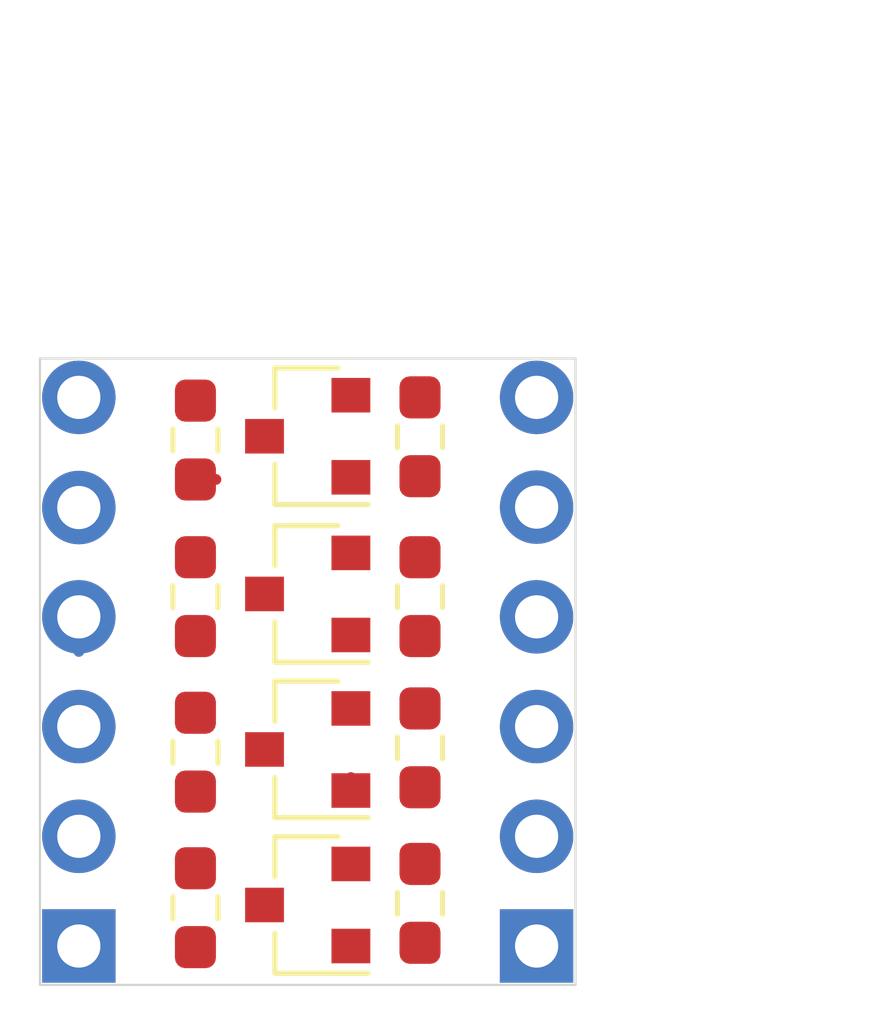
<source format=kicad_pcb>
(kicad_pcb (version 20171130) (host pcbnew "(5.1.12)-1")

  (general
    (thickness 1.6)
    (drawings 6)
    (tracks 16)
    (zones 0)
    (modules 14)
    (nets 12)
  )

  (page A4)
  (layers
    (0 F.Cu signal)
    (31 B.Cu signal)
    (32 B.Adhes user)
    (33 F.Adhes user)
    (34 B.Paste user)
    (35 F.Paste user)
    (36 B.SilkS user)
    (37 F.SilkS user)
    (38 B.Mask user)
    (39 F.Mask user)
    (40 Dwgs.User user)
    (41 Cmts.User user)
    (42 Eco1.User user)
    (43 Eco2.User user)
    (44 Edge.Cuts user)
    (45 Margin user)
    (46 B.CrtYd user)
    (47 F.CrtYd user)
    (48 B.Fab user)
    (49 F.Fab user hide)
  )

  (setup
    (last_trace_width 0.25)
    (trace_clearance 0.2)
    (zone_clearance 0.508)
    (zone_45_only no)
    (trace_min 0.2)
    (via_size 0.8)
    (via_drill 0.4)
    (via_min_size 0.4)
    (via_min_drill 0.3)
    (uvia_size 0.3)
    (uvia_drill 0.1)
    (uvias_allowed no)
    (uvia_min_size 0.2)
    (uvia_min_drill 0.1)
    (edge_width 0.05)
    (segment_width 0.2)
    (pcb_text_width 0.3)
    (pcb_text_size 1.5 1.5)
    (mod_edge_width 0.12)
    (mod_text_size 1 1)
    (mod_text_width 0.15)
    (pad_size 1.524 1.524)
    (pad_drill 0.762)
    (pad_to_mask_clearance 0)
    (aux_axis_origin 0 0)
    (visible_elements 7FFFFFFF)
    (pcbplotparams
      (layerselection 0x010fc_ffffffff)
      (usegerberextensions false)
      (usegerberattributes true)
      (usegerberadvancedattributes true)
      (creategerberjobfile true)
      (excludeedgelayer true)
      (linewidth 0.100000)
      (plotframeref false)
      (viasonmask false)
      (mode 1)
      (useauxorigin false)
      (hpglpennumber 1)
      (hpglpenspeed 20)
      (hpglpendiameter 15.000000)
      (psnegative false)
      (psa4output false)
      (plotreference true)
      (plotvalue true)
      (plotinvisibletext false)
      (padsonsilk false)
      (subtractmaskfromsilk false)
      (outputformat 1)
      (mirror false)
      (drillshape 1)
      (scaleselection 1)
      (outputdirectory ""))
  )

  (net 0 "")
  (net 1 LV4)
  (net 2 LV3)
  (net 3 GND)
  (net 4 3V)
  (net 5 LV2)
  (net 6 LV1)
  (net 7 HV4)
  (net 8 HV3)
  (net 9 5V)
  (net 10 HV2)
  (net 11 HV1)

  (net_class Default "This is the default net class."
    (clearance 0.2)
    (trace_width 0.25)
    (via_dia 0.8)
    (via_drill 0.4)
    (uvia_dia 0.3)
    (uvia_drill 0.1)
    (add_net 3V)
    (add_net 5V)
    (add_net GND)
    (add_net HV1)
    (add_net HV2)
    (add_net HV3)
    (add_net HV4)
    (add_net LV1)
    (add_net LV2)
    (add_net LV3)
    (add_net LV4)
  )

  (module Connector_PinHeader_2.54mm:PinHeader_1x06_P2.54mm_Vertical (layer B.Cu) (tedit 626841AF) (tstamp 62688F42)
    (at 107.9 57.9)
    (descr "Through hole straight pin header, 1x06, 2.54mm pitch, single row")
    (tags "Through hole pin header THT 1x06 2.54mm single row")
    (path /626E28C7)
    (fp_text reference J2 (at 0 2.33) (layer B.SilkS) hide
      (effects (font (size 1 1) (thickness 0.15)) (justify mirror))
    )
    (fp_text value Conn_01x06_Male (at 0 -15.03) (layer B.Fab) hide
      (effects (font (size 1 1) (thickness 0.15)) (justify mirror))
    )
    (fp_line (start -0.635 1.27) (end 1.27 1.27) (layer B.Fab) (width 0.1))
    (fp_line (start 1.27 1.27) (end 1.27 -13.97) (layer B.Fab) (width 0.1))
    (fp_line (start 1.27 -13.97) (end -1.27 -13.97) (layer B.Fab) (width 0.1))
    (fp_line (start -1.27 -13.97) (end -1.27 0.635) (layer B.Fab) (width 0.1))
    (fp_line (start -1.27 0.635) (end -0.635 1.27) (layer B.Fab) (width 0.1))
    (fp_line (start -1.8 1.8) (end -1.8 -14.5) (layer B.CrtYd) (width 0.05))
    (fp_line (start -1.8 -14.5) (end 1.8 -14.5) (layer B.CrtYd) (width 0.05))
    (fp_line (start 1.8 -14.5) (end 1.8 1.8) (layer B.CrtYd) (width 0.05))
    (fp_line (start 1.8 1.8) (end -1.8 1.8) (layer B.CrtYd) (width 0.05))
    (fp_text user %R (at 0 -6.35 -90) (layer B.Fab) hide
      (effects (font (size 1 1) (thickness 0.15)) (justify mirror))
    )
    (pad 6 thru_hole oval (at 0 -12.7) (size 1.7 1.7) (drill 1) (layers *.Cu *.Mask)
      (net 7 HV4))
    (pad 5 thru_hole oval (at 0 -10.15) (size 1.7 1.7) (drill 1) (layers *.Cu *.Mask)
      (net 8 HV3))
    (pad 4 thru_hole oval (at 0 -7.62) (size 1.7 1.7) (drill 1) (layers *.Cu *.Mask)
      (net 3 GND))
    (pad 3 thru_hole oval (at 0 -5.08) (size 1.7 1.7) (drill 1) (layers *.Cu *.Mask)
      (net 9 5V))
    (pad 2 thru_hole oval (at 0 -2.54) (size 1.7 1.7) (drill 1) (layers *.Cu *.Mask)
      (net 10 HV2))
    (pad 1 thru_hole rect (at 0 0) (size 1.7 1.7) (drill 1) (layers *.Cu *.Mask)
      (net 11 HV1))
  )

  (module Connector_PinHeader_2.54mm:PinHeader_1x06_P2.54mm_Vertical (layer B.Cu) (tedit 62683FFC) (tstamp 62688F28)
    (at 118.5 57.9)
    (descr "Through hole straight pin header, 1x06, 2.54mm pitch, single row")
    (tags "Through hole pin header THT 1x06 2.54mm single row")
    (path /626E0154)
    (fp_text reference J1 (at 0 2.33) (layer B.SilkS) hide
      (effects (font (size 1 1) (thickness 0.15)) (justify mirror))
    )
    (fp_text value Conn_01x06_Male (at 0 -15.03) (layer B.Fab) hide
      (effects (font (size 1 1) (thickness 0.15)) (justify mirror))
    )
    (fp_line (start -0.635 1.27) (end 1.27 1.27) (layer B.Fab) (width 0.1))
    (fp_line (start 1.27 1.27) (end 1.27 -13.97) (layer B.Fab) (width 0.1))
    (fp_line (start 1.27 -13.97) (end -1.27 -13.97) (layer B.Fab) (width 0.1))
    (fp_line (start -1.27 -13.97) (end -1.27 0.635) (layer B.Fab) (width 0.1))
    (fp_line (start -1.27 0.635) (end -0.635 1.27) (layer B.Fab) (width 0.1))
    (fp_line (start -1.8 1.8) (end -1.8 -14.5) (layer B.CrtYd) (width 0.05))
    (fp_line (start -1.8 -14.5) (end 1.8 -14.5) (layer B.CrtYd) (width 0.05))
    (fp_line (start 1.8 -14.5) (end 1.8 1.8) (layer B.CrtYd) (width 0.05))
    (fp_line (start 1.8 1.8) (end -1.8 1.8) (layer B.CrtYd) (width 0.05))
    (fp_text user %R (at 0 -6.35 -90) (layer B.Fab) hide
      (effects (font (size 1 1) (thickness 0.15)) (justify mirror))
    )
    (pad 6 thru_hole oval (at 0 -12.7) (size 1.7 1.7) (drill 1) (layers *.Cu *.Mask)
      (net 1 LV4))
    (pad 5 thru_hole oval (at 0 -10.16) (size 1.7 1.7) (drill 1) (layers *.Cu *.Mask)
      (net 2 LV3))
    (pad 4 thru_hole oval (at 0 -7.62) (size 1.7 1.7) (drill 1) (layers *.Cu *.Mask)
      (net 3 GND))
    (pad 3 thru_hole oval (at 0 -5.08) (size 1.7 1.7) (drill 1) (layers *.Cu *.Mask)
      (net 4 3V))
    (pad 2 thru_hole oval (at 0 -2.54) (size 1.7 1.7) (drill 1) (layers *.Cu *.Mask)
      (net 5 LV2))
    (pad 1 thru_hole rect (at 0 0) (size 1.7 1.7) (drill 1) (layers *.Cu *.Mask)
      (net 6 LV1))
  )

  (module Package_TO_SOT_SMD:SOT-23 (layer F.Cu) (tedit 5A02FF57) (tstamp 62688F81)
    (at 113.2 49.75 180)
    (descr "SOT-23, Standard")
    (tags SOT-23)
    (path /626CA585)
    (attr smd)
    (fp_text reference Q3 (at 0 -2.5) (layer F.SilkS) hide
      (effects (font (size 1 1) (thickness 0.15)))
    )
    (fp_text value BSS138 (at 0 2.5) (layer F.Fab) hide
      (effects (font (size 1 1) (thickness 0.15)))
    )
    (fp_line (start -0.7 -0.95) (end -0.7 1.5) (layer F.Fab) (width 0.1))
    (fp_line (start -0.15 -1.52) (end 0.7 -1.52) (layer F.Fab) (width 0.1))
    (fp_line (start -0.7 -0.95) (end -0.15 -1.52) (layer F.Fab) (width 0.1))
    (fp_line (start 0.7 -1.52) (end 0.7 1.52) (layer F.Fab) (width 0.1))
    (fp_line (start -0.7 1.52) (end 0.7 1.52) (layer F.Fab) (width 0.1))
    (fp_line (start 0.76 1.58) (end 0.76 0.65) (layer F.SilkS) (width 0.12))
    (fp_line (start 0.76 -1.58) (end 0.76 -0.65) (layer F.SilkS) (width 0.12))
    (fp_line (start -1.7 -1.75) (end 1.7 -1.75) (layer F.CrtYd) (width 0.05))
    (fp_line (start 1.7 -1.75) (end 1.7 1.75) (layer F.CrtYd) (width 0.05))
    (fp_line (start 1.7 1.75) (end -1.7 1.75) (layer F.CrtYd) (width 0.05))
    (fp_line (start -1.7 1.75) (end -1.7 -1.75) (layer F.CrtYd) (width 0.05))
    (fp_line (start 0.76 -1.58) (end -1.4 -1.58) (layer F.SilkS) (width 0.12))
    (fp_line (start 0.76 1.58) (end -0.7 1.58) (layer F.SilkS) (width 0.12))
    (fp_text user %R (at 0 0 90) (layer F.Fab) hide
      (effects (font (size 0.5 0.5) (thickness 0.075)))
    )
    (pad 3 smd rect (at 1 0 180) (size 0.9 0.8) (layers F.Cu F.Paste F.Mask)
      (net 8 HV3))
    (pad 2 smd rect (at -1 0.95 180) (size 0.9 0.8) (layers F.Cu F.Paste F.Mask)
      (net 2 LV3))
    (pad 1 smd rect (at -1 -0.95 180) (size 0.9 0.8) (layers F.Cu F.Paste F.Mask)
      (net 4 3V))
    (model ${KISYS3DMOD}/Package_TO_SOT_SMD.3dshapes/SOT-23.wrl
      (at (xyz 0 0 0))
      (scale (xyz 1 1 1))
      (rotate (xyz 0 0 0))
    )
  )

  (module Package_TO_SOT_SMD:SOT-23 (layer F.Cu) (tedit 5A02FF57) (tstamp 62688F6C)
    (at 113.2 53.35 180)
    (descr "SOT-23, Standard")
    (tags SOT-23)
    (path /626C7852)
    (attr smd)
    (fp_text reference Q2 (at 0 -2.5) (layer F.SilkS) hide
      (effects (font (size 1 1) (thickness 0.15)))
    )
    (fp_text value BSS138 (at 0 2.5) (layer F.Fab) hide
      (effects (font (size 1 1) (thickness 0.15)))
    )
    (fp_line (start -0.7 -0.95) (end -0.7 1.5) (layer F.Fab) (width 0.1))
    (fp_line (start -0.15 -1.52) (end 0.7 -1.52) (layer F.Fab) (width 0.1))
    (fp_line (start -0.7 -0.95) (end -0.15 -1.52) (layer F.Fab) (width 0.1))
    (fp_line (start 0.7 -1.52) (end 0.7 1.52) (layer F.Fab) (width 0.1))
    (fp_line (start -0.7 1.52) (end 0.7 1.52) (layer F.Fab) (width 0.1))
    (fp_line (start 0.76 1.58) (end 0.76 0.65) (layer F.SilkS) (width 0.12))
    (fp_line (start 0.76 -1.58) (end 0.76 -0.65) (layer F.SilkS) (width 0.12))
    (fp_line (start -1.7 -1.75) (end 1.7 -1.75) (layer F.CrtYd) (width 0.05))
    (fp_line (start 1.7 -1.75) (end 1.7 1.75) (layer F.CrtYd) (width 0.05))
    (fp_line (start 1.7 1.75) (end -1.7 1.75) (layer F.CrtYd) (width 0.05))
    (fp_line (start -1.7 1.75) (end -1.7 -1.75) (layer F.CrtYd) (width 0.05))
    (fp_line (start 0.76 -1.58) (end -1.4 -1.58) (layer F.SilkS) (width 0.12))
    (fp_line (start 0.76 1.58) (end -0.7 1.58) (layer F.SilkS) (width 0.12))
    (fp_text user %R (at 0 0 90) (layer F.Fab) hide
      (effects (font (size 0.5 0.5) (thickness 0.075)))
    )
    (pad 3 smd rect (at 1 0 180) (size 0.9 0.8) (layers F.Cu F.Paste F.Mask)
      (net 10 HV2))
    (pad 2 smd rect (at -1 0.95 180) (size 0.9 0.8) (layers F.Cu F.Paste F.Mask)
      (net 5 LV2))
    (pad 1 smd rect (at -1 -0.95 180) (size 0.9 0.8) (layers F.Cu F.Paste F.Mask)
      (net 4 3V))
    (model ${KISYS3DMOD}/Package_TO_SOT_SMD.3dshapes/SOT-23.wrl
      (at (xyz 0 0 0))
      (scale (xyz 1 1 1))
      (rotate (xyz 0 0 0))
    )
  )

  (module Resistor_SMD:R_0603_1608Metric_Pad0.98x0.95mm_HandSolder (layer F.Cu) (tedit 5F68FEEE) (tstamp 6268901E)
    (at 110.6 46.1875 90)
    (descr "Resistor SMD 0603 (1608 Metric), square (rectangular) end terminal, IPC_7351 nominal with elongated pad for handsoldering. (Body size source: IPC-SM-782 page 72, https://www.pcb-3d.com/wordpress/wp-content/uploads/ipc-sm-782a_amendment_1_and_2.pdf), generated with kicad-footprint-generator")
    (tags "resistor handsolder")
    (path /626CF4B7)
    (attr smd)
    (fp_text reference R8 (at 0 -1.43 90) (layer F.SilkS) hide
      (effects (font (size 1 1) (thickness 0.15)))
    )
    (fp_text value 10k (at 0 1.43 90) (layer F.Fab) hide
      (effects (font (size 1 1) (thickness 0.15)))
    )
    (fp_line (start -0.8 0.4125) (end -0.8 -0.4125) (layer F.Fab) (width 0.1))
    (fp_line (start -0.8 -0.4125) (end 0.8 -0.4125) (layer F.Fab) (width 0.1))
    (fp_line (start 0.8 -0.4125) (end 0.8 0.4125) (layer F.Fab) (width 0.1))
    (fp_line (start 0.8 0.4125) (end -0.8 0.4125) (layer F.Fab) (width 0.1))
    (fp_line (start -0.254724 -0.5225) (end 0.254724 -0.5225) (layer F.SilkS) (width 0.12))
    (fp_line (start -0.254724 0.5225) (end 0.254724 0.5225) (layer F.SilkS) (width 0.12))
    (fp_line (start -1.65 0.73) (end -1.65 -0.73) (layer F.CrtYd) (width 0.05))
    (fp_line (start -1.65 -0.73) (end 1.65 -0.73) (layer F.CrtYd) (width 0.05))
    (fp_line (start 1.65 -0.73) (end 1.65 0.73) (layer F.CrtYd) (width 0.05))
    (fp_line (start 1.65 0.73) (end -1.65 0.73) (layer F.CrtYd) (width 0.05))
    (fp_text user %R (at 0 0 90) (layer F.Fab) hide
      (effects (font (size 0.4 0.4) (thickness 0.06)))
    )
    (pad 2 smd roundrect (at 0.9125 0 90) (size 0.975 0.95) (layers F.Cu F.Paste F.Mask) (roundrect_rratio 0.25)
      (net 7 HV4))
    (pad 1 smd roundrect (at -0.9125 0 90) (size 0.975 0.95) (layers F.Cu F.Paste F.Mask) (roundrect_rratio 0.25)
      (net 9 5V))
    (model ${KISYS3DMOD}/Resistor_SMD.3dshapes/R_0603_1608Metric.wrl
      (at (xyz 0 0 0))
      (scale (xyz 1 1 1))
      (rotate (xyz 0 0 0))
    )
  )

  (module Resistor_SMD:R_0603_1608Metric_Pad0.98x0.95mm_HandSolder (layer F.Cu) (tedit 5F68FEEE) (tstamp 6268900D)
    (at 110.6 49.8125 90)
    (descr "Resistor SMD 0603 (1608 Metric), square (rectangular) end terminal, IPC_7351 nominal with elongated pad for handsoldering. (Body size source: IPC-SM-782 page 72, https://www.pcb-3d.com/wordpress/wp-content/uploads/ipc-sm-782a_amendment_1_and_2.pdf), generated with kicad-footprint-generator")
    (tags "resistor handsolder")
    (path /626CA578)
    (attr smd)
    (fp_text reference R7 (at 0 -1.43 90) (layer F.SilkS) hide
      (effects (font (size 1 1) (thickness 0.15)))
    )
    (fp_text value 10k (at 0 1.43 90) (layer F.Fab) hide
      (effects (font (size 1 1) (thickness 0.15)))
    )
    (fp_line (start -0.8 0.4125) (end -0.8 -0.4125) (layer F.Fab) (width 0.1))
    (fp_line (start -0.8 -0.4125) (end 0.8 -0.4125) (layer F.Fab) (width 0.1))
    (fp_line (start 0.8 -0.4125) (end 0.8 0.4125) (layer F.Fab) (width 0.1))
    (fp_line (start 0.8 0.4125) (end -0.8 0.4125) (layer F.Fab) (width 0.1))
    (fp_line (start -0.254724 -0.5225) (end 0.254724 -0.5225) (layer F.SilkS) (width 0.12))
    (fp_line (start -0.254724 0.5225) (end 0.254724 0.5225) (layer F.SilkS) (width 0.12))
    (fp_line (start -1.65 0.73) (end -1.65 -0.73) (layer F.CrtYd) (width 0.05))
    (fp_line (start -1.65 -0.73) (end 1.65 -0.73) (layer F.CrtYd) (width 0.05))
    (fp_line (start 1.65 -0.73) (end 1.65 0.73) (layer F.CrtYd) (width 0.05))
    (fp_line (start 1.65 0.73) (end -1.65 0.73) (layer F.CrtYd) (width 0.05))
    (fp_text user %R (at 0 0 90) (layer F.Fab) hide
      (effects (font (size 0.4 0.4) (thickness 0.06)))
    )
    (pad 2 smd roundrect (at 0.9125 0 90) (size 0.975 0.95) (layers F.Cu F.Paste F.Mask) (roundrect_rratio 0.25)
      (net 8 HV3))
    (pad 1 smd roundrect (at -0.9125 0 90) (size 0.975 0.95) (layers F.Cu F.Paste F.Mask) (roundrect_rratio 0.25)
      (net 9 5V))
    (model ${KISYS3DMOD}/Resistor_SMD.3dshapes/R_0603_1608Metric.wrl
      (at (xyz 0 0 0))
      (scale (xyz 1 1 1))
      (rotate (xyz 0 0 0))
    )
  )

  (module Resistor_SMD:R_0603_1608Metric_Pad0.98x0.95mm_HandSolder (layer F.Cu) (tedit 5F68FEEE) (tstamp 62688FFC)
    (at 110.6 53.4125 270)
    (descr "Resistor SMD 0603 (1608 Metric), square (rectangular) end terminal, IPC_7351 nominal with elongated pad for handsoldering. (Body size source: IPC-SM-782 page 72, https://www.pcb-3d.com/wordpress/wp-content/uploads/ipc-sm-782a_amendment_1_and_2.pdf), generated with kicad-footprint-generator")
    (tags "resistor handsolder")
    (path /626C7845)
    (attr smd)
    (fp_text reference R6 (at 0 -1.43 90) (layer F.SilkS) hide
      (effects (font (size 1 1) (thickness 0.15)))
    )
    (fp_text value 10k (at 0 1.43 90) (layer F.Fab) hide
      (effects (font (size 1 1) (thickness 0.15)))
    )
    (fp_line (start -0.8 0.4125) (end -0.8 -0.4125) (layer F.Fab) (width 0.1))
    (fp_line (start -0.8 -0.4125) (end 0.8 -0.4125) (layer F.Fab) (width 0.1))
    (fp_line (start 0.8 -0.4125) (end 0.8 0.4125) (layer F.Fab) (width 0.1))
    (fp_line (start 0.8 0.4125) (end -0.8 0.4125) (layer F.Fab) (width 0.1))
    (fp_line (start -0.254724 -0.5225) (end 0.254724 -0.5225) (layer F.SilkS) (width 0.12))
    (fp_line (start -0.254724 0.5225) (end 0.254724 0.5225) (layer F.SilkS) (width 0.12))
    (fp_line (start -1.65 0.73) (end -1.65 -0.73) (layer F.CrtYd) (width 0.05))
    (fp_line (start -1.65 -0.73) (end 1.65 -0.73) (layer F.CrtYd) (width 0.05))
    (fp_line (start 1.65 -0.73) (end 1.65 0.73) (layer F.CrtYd) (width 0.05))
    (fp_line (start 1.65 0.73) (end -1.65 0.73) (layer F.CrtYd) (width 0.05))
    (fp_text user %R (at 0 0 90) (layer F.Fab) hide
      (effects (font (size 0.4 0.4) (thickness 0.06)))
    )
    (pad 2 smd roundrect (at 0.9125 0 270) (size 0.975 0.95) (layers F.Cu F.Paste F.Mask) (roundrect_rratio 0.25)
      (net 10 HV2))
    (pad 1 smd roundrect (at -0.9125 0 270) (size 0.975 0.95) (layers F.Cu F.Paste F.Mask) (roundrect_rratio 0.25)
      (net 9 5V))
    (model ${KISYS3DMOD}/Resistor_SMD.3dshapes/R_0603_1608Metric.wrl
      (at (xyz 0 0 0))
      (scale (xyz 1 1 1))
      (rotate (xyz 0 0 0))
    )
  )

  (module Resistor_SMD:R_0603_1608Metric_Pad0.98x0.95mm_HandSolder (layer F.Cu) (tedit 5F68FEEE) (tstamp 62688FEB)
    (at 110.6 57.0125 270)
    (descr "Resistor SMD 0603 (1608 Metric), square (rectangular) end terminal, IPC_7351 nominal with elongated pad for handsoldering. (Body size source: IPC-SM-782 page 72, https://www.pcb-3d.com/wordpress/wp-content/uploads/ipc-sm-782a_amendment_1_and_2.pdf), generated with kicad-footprint-generator")
    (tags "resistor handsolder")
    (path /626B48FD)
    (attr smd)
    (fp_text reference R5 (at 0 -1.43 90) (layer F.SilkS) hide
      (effects (font (size 1 1) (thickness 0.15)))
    )
    (fp_text value 10k (at 0 1.43 90) (layer F.Fab) hide
      (effects (font (size 1 1) (thickness 0.15)))
    )
    (fp_line (start -0.8 0.4125) (end -0.8 -0.4125) (layer F.Fab) (width 0.1))
    (fp_line (start -0.8 -0.4125) (end 0.8 -0.4125) (layer F.Fab) (width 0.1))
    (fp_line (start 0.8 -0.4125) (end 0.8 0.4125) (layer F.Fab) (width 0.1))
    (fp_line (start 0.8 0.4125) (end -0.8 0.4125) (layer F.Fab) (width 0.1))
    (fp_line (start -0.254724 -0.5225) (end 0.254724 -0.5225) (layer F.SilkS) (width 0.12))
    (fp_line (start -0.254724 0.5225) (end 0.254724 0.5225) (layer F.SilkS) (width 0.12))
    (fp_line (start -1.65 0.73) (end -1.65 -0.73) (layer F.CrtYd) (width 0.05))
    (fp_line (start -1.65 -0.73) (end 1.65 -0.73) (layer F.CrtYd) (width 0.05))
    (fp_line (start 1.65 -0.73) (end 1.65 0.73) (layer F.CrtYd) (width 0.05))
    (fp_line (start 1.65 0.73) (end -1.65 0.73) (layer F.CrtYd) (width 0.05))
    (fp_text user %R (at 0 0 90) (layer F.Fab) hide
      (effects (font (size 0.4 0.4) (thickness 0.06)))
    )
    (pad 2 smd roundrect (at 0.9125 0 270) (size 0.975 0.95) (layers F.Cu F.Paste F.Mask) (roundrect_rratio 0.25)
      (net 11 HV1))
    (pad 1 smd roundrect (at -0.9125 0 270) (size 0.975 0.95) (layers F.Cu F.Paste F.Mask) (roundrect_rratio 0.25)
      (net 9 5V))
    (model ${KISYS3DMOD}/Resistor_SMD.3dshapes/R_0603_1608Metric.wrl
      (at (xyz 0 0 0))
      (scale (xyz 1 1 1))
      (rotate (xyz 0 0 0))
    )
  )

  (module Resistor_SMD:R_0603_1608Metric_Pad0.98x0.95mm_HandSolder (layer F.Cu) (tedit 5F68FEEE) (tstamp 62688FDA)
    (at 115.8 46.1125 90)
    (descr "Resistor SMD 0603 (1608 Metric), square (rectangular) end terminal, IPC_7351 nominal with elongated pad for handsoldering. (Body size source: IPC-SM-782 page 72, https://www.pcb-3d.com/wordpress/wp-content/uploads/ipc-sm-782a_amendment_1_and_2.pdf), generated with kicad-footprint-generator")
    (tags "resistor handsolder")
    (path /626CF4B1)
    (attr smd)
    (fp_text reference R4 (at 0 -1.43 90) (layer F.SilkS) hide
      (effects (font (size 1 1) (thickness 0.15)))
    )
    (fp_text value 10k (at 0 1.43 90) (layer F.Fab) hide
      (effects (font (size 1 1) (thickness 0.15)))
    )
    (fp_line (start -0.8 0.4125) (end -0.8 -0.4125) (layer F.Fab) (width 0.1))
    (fp_line (start -0.8 -0.4125) (end 0.8 -0.4125) (layer F.Fab) (width 0.1))
    (fp_line (start 0.8 -0.4125) (end 0.8 0.4125) (layer F.Fab) (width 0.1))
    (fp_line (start 0.8 0.4125) (end -0.8 0.4125) (layer F.Fab) (width 0.1))
    (fp_line (start -0.254724 -0.5225) (end 0.254724 -0.5225) (layer F.SilkS) (width 0.12))
    (fp_line (start -0.254724 0.5225) (end 0.254724 0.5225) (layer F.SilkS) (width 0.12))
    (fp_line (start -1.65 0.73) (end -1.65 -0.73) (layer F.CrtYd) (width 0.05))
    (fp_line (start -1.65 -0.73) (end 1.65 -0.73) (layer F.CrtYd) (width 0.05))
    (fp_line (start 1.65 -0.73) (end 1.65 0.73) (layer F.CrtYd) (width 0.05))
    (fp_line (start 1.65 0.73) (end -1.65 0.73) (layer F.CrtYd) (width 0.05))
    (fp_text user %R (at 0 0 90) (layer F.Fab) hide
      (effects (font (size 0.4 0.4) (thickness 0.06)))
    )
    (pad 2 smd roundrect (at 0.9125 0 90) (size 0.975 0.95) (layers F.Cu F.Paste F.Mask) (roundrect_rratio 0.25)
      (net 1 LV4))
    (pad 1 smd roundrect (at -0.9125 0 90) (size 0.975 0.95) (layers F.Cu F.Paste F.Mask) (roundrect_rratio 0.25)
      (net 4 3V))
    (model ${KISYS3DMOD}/Resistor_SMD.3dshapes/R_0603_1608Metric.wrl
      (at (xyz 0 0 0))
      (scale (xyz 1 1 1))
      (rotate (xyz 0 0 0))
    )
  )

  (module Resistor_SMD:R_0603_1608Metric_Pad0.98x0.95mm_HandSolder (layer F.Cu) (tedit 5F68FEEE) (tstamp 62688FC9)
    (at 115.8 49.8125 90)
    (descr "Resistor SMD 0603 (1608 Metric), square (rectangular) end terminal, IPC_7351 nominal with elongated pad for handsoldering. (Body size source: IPC-SM-782 page 72, https://www.pcb-3d.com/wordpress/wp-content/uploads/ipc-sm-782a_amendment_1_and_2.pdf), generated with kicad-footprint-generator")
    (tags "resistor handsolder")
    (path /626CA572)
    (attr smd)
    (fp_text reference R3 (at 0 -1.43 90) (layer F.SilkS) hide
      (effects (font (size 1 1) (thickness 0.15)))
    )
    (fp_text value 10k (at 0 1.43 90) (layer F.Fab) hide
      (effects (font (size 1 1) (thickness 0.15)))
    )
    (fp_line (start -0.8 0.4125) (end -0.8 -0.4125) (layer F.Fab) (width 0.1))
    (fp_line (start -0.8 -0.4125) (end 0.8 -0.4125) (layer F.Fab) (width 0.1))
    (fp_line (start 0.8 -0.4125) (end 0.8 0.4125) (layer F.Fab) (width 0.1))
    (fp_line (start 0.8 0.4125) (end -0.8 0.4125) (layer F.Fab) (width 0.1))
    (fp_line (start -0.254724 -0.5225) (end 0.254724 -0.5225) (layer F.SilkS) (width 0.12))
    (fp_line (start -0.254724 0.5225) (end 0.254724 0.5225) (layer F.SilkS) (width 0.12))
    (fp_line (start -1.65 0.73) (end -1.65 -0.73) (layer F.CrtYd) (width 0.05))
    (fp_line (start -1.65 -0.73) (end 1.65 -0.73) (layer F.CrtYd) (width 0.05))
    (fp_line (start 1.65 -0.73) (end 1.65 0.73) (layer F.CrtYd) (width 0.05))
    (fp_line (start 1.65 0.73) (end -1.65 0.73) (layer F.CrtYd) (width 0.05))
    (fp_text user %R (at 0 0 90) (layer F.Fab) hide
      (effects (font (size 0.4 0.4) (thickness 0.06)))
    )
    (pad 2 smd roundrect (at 0.9125 0 90) (size 0.975 0.95) (layers F.Cu F.Paste F.Mask) (roundrect_rratio 0.25)
      (net 2 LV3))
    (pad 1 smd roundrect (at -0.9125 0 90) (size 0.975 0.95) (layers F.Cu F.Paste F.Mask) (roundrect_rratio 0.25)
      (net 4 3V))
    (model ${KISYS3DMOD}/Resistor_SMD.3dshapes/R_0603_1608Metric.wrl
      (at (xyz 0 0 0))
      (scale (xyz 1 1 1))
      (rotate (xyz 0 0 0))
    )
  )

  (module Resistor_SMD:R_0603_1608Metric_Pad0.98x0.95mm_HandSolder (layer F.Cu) (tedit 5F68FEEE) (tstamp 62688FB8)
    (at 115.8 53.3125 90)
    (descr "Resistor SMD 0603 (1608 Metric), square (rectangular) end terminal, IPC_7351 nominal with elongated pad for handsoldering. (Body size source: IPC-SM-782 page 72, https://www.pcb-3d.com/wordpress/wp-content/uploads/ipc-sm-782a_amendment_1_and_2.pdf), generated with kicad-footprint-generator")
    (tags "resistor handsolder")
    (path /626C783F)
    (attr smd)
    (fp_text reference R2 (at 0 -1.43 90) (layer F.SilkS) hide
      (effects (font (size 1 1) (thickness 0.15)))
    )
    (fp_text value 10k (at 0 1.43 90) (layer F.Fab) hide
      (effects (font (size 1 1) (thickness 0.15)))
    )
    (fp_line (start -0.8 0.4125) (end -0.8 -0.4125) (layer F.Fab) (width 0.1))
    (fp_line (start -0.8 -0.4125) (end 0.8 -0.4125) (layer F.Fab) (width 0.1))
    (fp_line (start 0.8 -0.4125) (end 0.8 0.4125) (layer F.Fab) (width 0.1))
    (fp_line (start 0.8 0.4125) (end -0.8 0.4125) (layer F.Fab) (width 0.1))
    (fp_line (start -0.254724 -0.5225) (end 0.254724 -0.5225) (layer F.SilkS) (width 0.12))
    (fp_line (start -0.254724 0.5225) (end 0.254724 0.5225) (layer F.SilkS) (width 0.12))
    (fp_line (start -1.65 0.73) (end -1.65 -0.73) (layer F.CrtYd) (width 0.05))
    (fp_line (start -1.65 -0.73) (end 1.65 -0.73) (layer F.CrtYd) (width 0.05))
    (fp_line (start 1.65 -0.73) (end 1.65 0.73) (layer F.CrtYd) (width 0.05))
    (fp_line (start 1.65 0.73) (end -1.65 0.73) (layer F.CrtYd) (width 0.05))
    (fp_text user %R (at 0 0 90) (layer F.Fab) hide
      (effects (font (size 0.4 0.4) (thickness 0.06)))
    )
    (pad 2 smd roundrect (at 0.9125 0 90) (size 0.975 0.95) (layers F.Cu F.Paste F.Mask) (roundrect_rratio 0.25)
      (net 5 LV2))
    (pad 1 smd roundrect (at -0.9125 0 90) (size 0.975 0.95) (layers F.Cu F.Paste F.Mask) (roundrect_rratio 0.25)
      (net 4 3V))
    (model ${KISYS3DMOD}/Resistor_SMD.3dshapes/R_0603_1608Metric.wrl
      (at (xyz 0 0 0))
      (scale (xyz 1 1 1))
      (rotate (xyz 0 0 0))
    )
  )

  (module Resistor_SMD:R_0603_1608Metric_Pad0.98x0.95mm_HandSolder (layer F.Cu) (tedit 5F68FEEE) (tstamp 62688FA7)
    (at 115.8 56.9125 90)
    (descr "Resistor SMD 0603 (1608 Metric), square (rectangular) end terminal, IPC_7351 nominal with elongated pad for handsoldering. (Body size source: IPC-SM-782 page 72, https://www.pcb-3d.com/wordpress/wp-content/uploads/ipc-sm-782a_amendment_1_and_2.pdf), generated with kicad-footprint-generator")
    (tags "resistor handsolder")
    (path /626B1110)
    (attr smd)
    (fp_text reference R1 (at 0 -1.43 90) (layer F.SilkS) hide
      (effects (font (size 1 1) (thickness 0.15)))
    )
    (fp_text value 10k (at 0 1.43 90) (layer F.Fab) hide
      (effects (font (size 1 1) (thickness 0.15)))
    )
    (fp_line (start -0.8 0.4125) (end -0.8 -0.4125) (layer F.Fab) (width 0.1))
    (fp_line (start -0.8 -0.4125) (end 0.8 -0.4125) (layer F.Fab) (width 0.1))
    (fp_line (start 0.8 -0.4125) (end 0.8 0.4125) (layer F.Fab) (width 0.1))
    (fp_line (start 0.8 0.4125) (end -0.8 0.4125) (layer F.Fab) (width 0.1))
    (fp_line (start -0.254724 -0.5225) (end 0.254724 -0.5225) (layer F.SilkS) (width 0.12))
    (fp_line (start -0.254724 0.5225) (end 0.254724 0.5225) (layer F.SilkS) (width 0.12))
    (fp_line (start -1.65 0.73) (end -1.65 -0.73) (layer F.CrtYd) (width 0.05))
    (fp_line (start -1.65 -0.73) (end 1.65 -0.73) (layer F.CrtYd) (width 0.05))
    (fp_line (start 1.65 -0.73) (end 1.65 0.73) (layer F.CrtYd) (width 0.05))
    (fp_line (start 1.65 0.73) (end -1.65 0.73) (layer F.CrtYd) (width 0.05))
    (fp_text user %R (at 0 0 90) (layer F.Fab) hide
      (effects (font (size 0.4 0.4) (thickness 0.06)))
    )
    (pad 2 smd roundrect (at 0.9125 0 90) (size 0.975 0.95) (layers F.Cu F.Paste F.Mask) (roundrect_rratio 0.25)
      (net 6 LV1))
    (pad 1 smd roundrect (at -0.9125 0 90) (size 0.975 0.95) (layers F.Cu F.Paste F.Mask) (roundrect_rratio 0.25)
      (net 4 3V))
    (model ${KISYS3DMOD}/Resistor_SMD.3dshapes/R_0603_1608Metric.wrl
      (at (xyz 0 0 0))
      (scale (xyz 1 1 1))
      (rotate (xyz 0 0 0))
    )
  )

  (module Package_TO_SOT_SMD:SOT-23 (layer F.Cu) (tedit 5A02FF57) (tstamp 62688F96)
    (at 113.2 46.1 180)
    (descr "SOT-23, Standard")
    (tags SOT-23)
    (path /626CF4C4)
    (attr smd)
    (fp_text reference Q4 (at 0 -2.5) (layer F.SilkS) hide
      (effects (font (size 1 1) (thickness 0.15)))
    )
    (fp_text value BSS138 (at 0 2.5) (layer F.Fab) hide
      (effects (font (size 1 1) (thickness 0.15)))
    )
    (fp_line (start -0.7 -0.95) (end -0.7 1.5) (layer F.Fab) (width 0.1))
    (fp_line (start -0.15 -1.52) (end 0.7 -1.52) (layer F.Fab) (width 0.1))
    (fp_line (start -0.7 -0.95) (end -0.15 -1.52) (layer F.Fab) (width 0.1))
    (fp_line (start 0.7 -1.52) (end 0.7 1.52) (layer F.Fab) (width 0.1))
    (fp_line (start -0.7 1.52) (end 0.7 1.52) (layer F.Fab) (width 0.1))
    (fp_line (start 0.76 1.58) (end 0.76 0.65) (layer F.SilkS) (width 0.12))
    (fp_line (start 0.76 -1.58) (end 0.76 -0.65) (layer F.SilkS) (width 0.12))
    (fp_line (start -1.7 -1.75) (end 1.7 -1.75) (layer F.CrtYd) (width 0.05))
    (fp_line (start 1.7 -1.75) (end 1.7 1.75) (layer F.CrtYd) (width 0.05))
    (fp_line (start 1.7 1.75) (end -1.7 1.75) (layer F.CrtYd) (width 0.05))
    (fp_line (start -1.7 1.75) (end -1.7 -1.75) (layer F.CrtYd) (width 0.05))
    (fp_line (start 0.76 -1.58) (end -1.4 -1.58) (layer F.SilkS) (width 0.12))
    (fp_line (start 0.76 1.58) (end -0.7 1.58) (layer F.SilkS) (width 0.12))
    (fp_text user %R (at 0 0 90) (layer F.Fab) hide
      (effects (font (size 0.5 0.5) (thickness 0.075)))
    )
    (pad 3 smd rect (at 1 0 180) (size 0.9 0.8) (layers F.Cu F.Paste F.Mask)
      (net 7 HV4))
    (pad 2 smd rect (at -1 0.95 180) (size 0.9 0.8) (layers F.Cu F.Paste F.Mask)
      (net 1 LV4))
    (pad 1 smd rect (at -1 -0.95 180) (size 0.9 0.8) (layers F.Cu F.Paste F.Mask)
      (net 4 3V))
    (model ${KISYS3DMOD}/Package_TO_SOT_SMD.3dshapes/SOT-23.wrl
      (at (xyz 0 0 0))
      (scale (xyz 1 1 1))
      (rotate (xyz 0 0 0))
    )
  )

  (module Package_TO_SOT_SMD:SOT-23 (layer F.Cu) (tedit 5A02FF57) (tstamp 62688F57)
    (at 113.2 56.95 180)
    (descr "SOT-23, Standard")
    (tags SOT-23)
    (path /626AAF8D)
    (attr smd)
    (fp_text reference Q1 (at 0 -2.5) (layer F.SilkS) hide
      (effects (font (size 1 1) (thickness 0.15)))
    )
    (fp_text value BSS138 (at 0 2.5) (layer F.Fab) hide
      (effects (font (size 1 1) (thickness 0.15)))
    )
    (fp_line (start -0.7 -0.95) (end -0.7 1.5) (layer F.Fab) (width 0.1))
    (fp_line (start -0.15 -1.52) (end 0.7 -1.52) (layer F.Fab) (width 0.1))
    (fp_line (start -0.7 -0.95) (end -0.15 -1.52) (layer F.Fab) (width 0.1))
    (fp_line (start 0.7 -1.52) (end 0.7 1.52) (layer F.Fab) (width 0.1))
    (fp_line (start -0.7 1.52) (end 0.7 1.52) (layer F.Fab) (width 0.1))
    (fp_line (start 0.76 1.58) (end 0.76 0.65) (layer F.SilkS) (width 0.12))
    (fp_line (start 0.76 -1.58) (end 0.76 -0.65) (layer F.SilkS) (width 0.12))
    (fp_line (start -1.7 -1.75) (end 1.7 -1.75) (layer F.CrtYd) (width 0.05))
    (fp_line (start 1.7 -1.75) (end 1.7 1.75) (layer F.CrtYd) (width 0.05))
    (fp_line (start 1.7 1.75) (end -1.7 1.75) (layer F.CrtYd) (width 0.05))
    (fp_line (start -1.7 1.75) (end -1.7 -1.75) (layer F.CrtYd) (width 0.05))
    (fp_line (start 0.76 -1.58) (end -1.4 -1.58) (layer F.SilkS) (width 0.12))
    (fp_line (start 0.76 1.58) (end -0.7 1.58) (layer F.SilkS) (width 0.12))
    (fp_text user %R (at 0 0 90) (layer F.Fab) hide
      (effects (font (size 0.5 0.5) (thickness 0.075)))
    )
    (pad 3 smd rect (at 1 0 180) (size 0.9 0.8) (layers F.Cu F.Paste F.Mask)
      (net 11 HV1))
    (pad 2 smd rect (at -1 0.95 180) (size 0.9 0.8) (layers F.Cu F.Paste F.Mask)
      (net 6 LV1))
    (pad 1 smd rect (at -1 -0.95 180) (size 0.9 0.8) (layers F.Cu F.Paste F.Mask)
      (net 4 3V))
    (model ${KISYS3DMOD}/Package_TO_SOT_SMD.3dshapes/SOT-23.wrl
      (at (xyz 0 0 0))
      (scale (xyz 1 1 1))
      (rotate (xyz 0 0 0))
    )
  )

  (dimension 14.5 (width 0.15) (layer Dwgs.User)
    (gr_text "14.500 mm" (at 124.9 51.55 270) (layer Dwgs.User)
      (effects (font (size 1 1) (thickness 0.15)))
    )
    (feature1 (pts (xy 119.4 58.8) (xy 124.186421 58.8)))
    (feature2 (pts (xy 119.4 44.3) (xy 124.186421 44.3)))
    (crossbar (pts (xy 123.6 44.3) (xy 123.6 58.8)))
    (arrow1a (pts (xy 123.6 58.8) (xy 123.013579 57.673496)))
    (arrow1b (pts (xy 123.6 58.8) (xy 124.186421 57.673496)))
    (arrow2a (pts (xy 123.6 44.3) (xy 123.013579 45.426504)))
    (arrow2b (pts (xy 123.6 44.3) (xy 124.186421 45.426504)))
  )
  (dimension 12.4 (width 0.15) (layer Dwgs.User)
    (gr_text "12.400 mm" (at 113.2 36.7) (layer Dwgs.User)
      (effects (font (size 1 1) (thickness 0.15)))
    )
    (feature1 (pts (xy 119.4 44.3) (xy 119.4 37.413579)))
    (feature2 (pts (xy 107 44.3) (xy 107 37.413579)))
    (crossbar (pts (xy 107 38) (xy 119.4 38)))
    (arrow1a (pts (xy 119.4 38) (xy 118.273496 38.586421)))
    (arrow1b (pts (xy 119.4 38) (xy 118.273496 37.413579)))
    (arrow2a (pts (xy 107 38) (xy 108.126504 38.586421)))
    (arrow2b (pts (xy 107 38) (xy 108.126504 37.413579)))
  )
  (gr_line (start 107 58.8) (end 119.4 58.8) (layer Edge.Cuts) (width 0.05) (tstamp 626892C0))
  (gr_line (start 107 44.3) (end 119.4 44.3) (layer Edge.Cuts) (width 0.05))
  (gr_line (start 119.4 58.8) (end 119.4 44.3) (layer Edge.Cuts) (width 0.05))
  (gr_line (start 107 44.3) (end 107 58.8) (layer Edge.Cuts) (width 0.05))

  (segment (start 115.75 45.15) (end 115.8 45.2) (width 0.25) (layer F.Cu) (net 1))
  (segment (start 115.7 48.8) (end 115.8 48.9) (width 0.25) (layer F.Cu) (net 2))
  (segment (start 107.9 51.080998) (end 107.9 50.28) (width 0.25) (layer B.Cu) (net 3))
  (segment (start 114.225 47.025) (end 114.2 47.05) (width 0.25) (layer F.Cu) (net 4))
  (segment (start 115.775 50.7) (end 115.8 50.725) (width 0.25) (layer F.Cu) (net 4))
  (segment (start 115.725 54.3) (end 115.8 54.225) (width 0.25) (layer F.Cu) (net 4))
  (segment (start 115.725 57.9) (end 115.8 57.825) (width 0.25) (layer F.Cu) (net 4))
  (segment (start 115.775 47.05) (end 115.8 47.025) (width 0.25) (layer F.Cu) (net 4))
  (segment (start 114.2 54.3) (end 114.2 54) (width 0.25) (layer F.Cu) (net 4))
  (segment (start 114.275 57.825) (end 114.2 57.9) (width 0.25) (layer F.Cu) (net 4))
  (segment (start 115.8 52.66) (end 115.8 52.4) (width 0.25) (layer F.Cu) (net 5))
  (segment (start 107.975 45.275) (end 107.9 45.2) (width 0.25) (layer F.Cu) (net 7))
  (segment (start 110.6 52.5) (end 110.6 52.66) (width 0.25) (layer F.Cu) (net 9))
  (segment (start 110.28 52.82) (end 110.6 52.5) (width 0.25) (layer F.Cu) (net 9))
  (segment (start 110.6 47.1) (end 111.075 47.1) (width 0.25) (layer F.Cu) (net 9))
  (segment (start 110.575 57.9) (end 110.6 57.925) (width 0.25) (layer F.Cu) (net 11))

)

</source>
